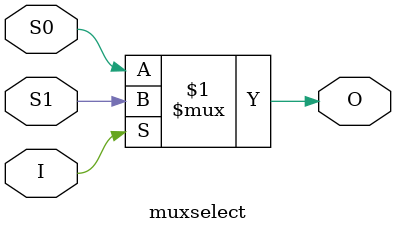
<source format=v>
module muxselect(
output O,
input S0, S1, I);

assign O=(I) ? S1:S0;

endmodule

</source>
